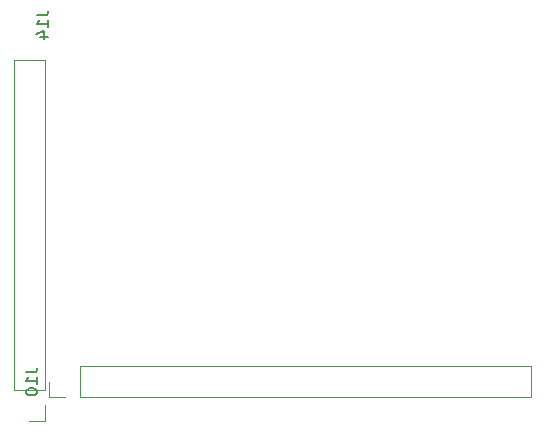
<source format=gbr>
%TF.GenerationSoftware,KiCad,Pcbnew,6.0.2-378541a8eb~116~ubuntu21.10.1*%
%TF.CreationDate,2022-02-16T18:13:43+01:00*%
%TF.ProjectId,register_file_kicad,72656769-7374-4657-925f-66696c655f6b,Rev v0.4*%
%TF.SameCoordinates,Original*%
%TF.FileFunction,Legend,Bot*%
%TF.FilePolarity,Positive*%
%FSLAX46Y46*%
G04 Gerber Fmt 4.6, Leading zero omitted, Abs format (unit mm)*
G04 Created by KiCad (PCBNEW 6.0.2-378541a8eb~116~ubuntu21.10.1) date 2022-02-16 18:13:43*
%MOMM*%
%LPD*%
G01*
G04 APERTURE LIST*
%ADD10C,0.150000*%
%ADD11C,0.120000*%
G04 APERTURE END LIST*
D10*
%TO.C,J14*%
X402797380Y-92620476D02*
X403511666Y-92620476D01*
X403654523Y-92572857D01*
X403749761Y-92477619D01*
X403797380Y-92334761D01*
X403797380Y-92239523D01*
X403797380Y-93620476D02*
X403797380Y-93049047D01*
X403797380Y-93334761D02*
X402797380Y-93334761D01*
X402940238Y-93239523D01*
X403035476Y-93144285D01*
X403083095Y-93049047D01*
X403130714Y-94477619D02*
X403797380Y-94477619D01*
X402749761Y-94239523D02*
X403464047Y-94001428D01*
X403464047Y-94620476D01*
%TO.C,J10*%
X401871891Y-122842487D02*
X402586177Y-122842487D01*
X402729034Y-122794868D01*
X402824272Y-122699630D01*
X402871891Y-122556772D01*
X402871891Y-122461534D01*
X402871891Y-123842487D02*
X402871891Y-123271058D01*
X402871891Y-123556772D02*
X401871891Y-123556772D01*
X402014749Y-123461534D01*
X402109987Y-123366296D01*
X402157606Y-123271058D01*
X401871891Y-124461534D02*
X401871891Y-124556772D01*
X401919511Y-124652011D01*
X401967130Y-124699630D01*
X402062368Y-124747249D01*
X402252844Y-124794868D01*
X402490939Y-124794868D01*
X402681415Y-124747249D01*
X402776653Y-124699630D01*
X402824272Y-124652011D01*
X402871891Y-124556772D01*
X402871891Y-124461534D01*
X402824272Y-124366296D01*
X402776653Y-124318677D01*
X402681415Y-124271058D01*
X402490939Y-124223439D01*
X402252844Y-124223439D01*
X402062368Y-124271058D01*
X401967130Y-124318677D01*
X401919511Y-124366296D01*
X401871891Y-124461534D01*
D11*
%TO.C,J14*%
X400859511Y-124382011D02*
X403519511Y-124382011D01*
X400859511Y-96382011D02*
X403519511Y-96382011D01*
X402189511Y-126982011D02*
X403519511Y-126982011D01*
X400859511Y-124382011D02*
X400859511Y-96382011D01*
X403519511Y-124382011D02*
X403519511Y-96382011D01*
X403519511Y-126982011D02*
X403519511Y-125652011D01*
%TO.C,J10*%
X406459511Y-122322011D02*
X406459511Y-124982011D01*
X406459511Y-122322011D02*
X444619511Y-122322011D01*
X403859511Y-123652011D02*
X403859511Y-124982011D01*
X444619511Y-122322011D02*
X444619511Y-124982011D01*
X406459511Y-124982011D02*
X444619511Y-124982011D01*
X403859511Y-124982011D02*
X405189511Y-124982011D01*
%TD*%
M02*

</source>
